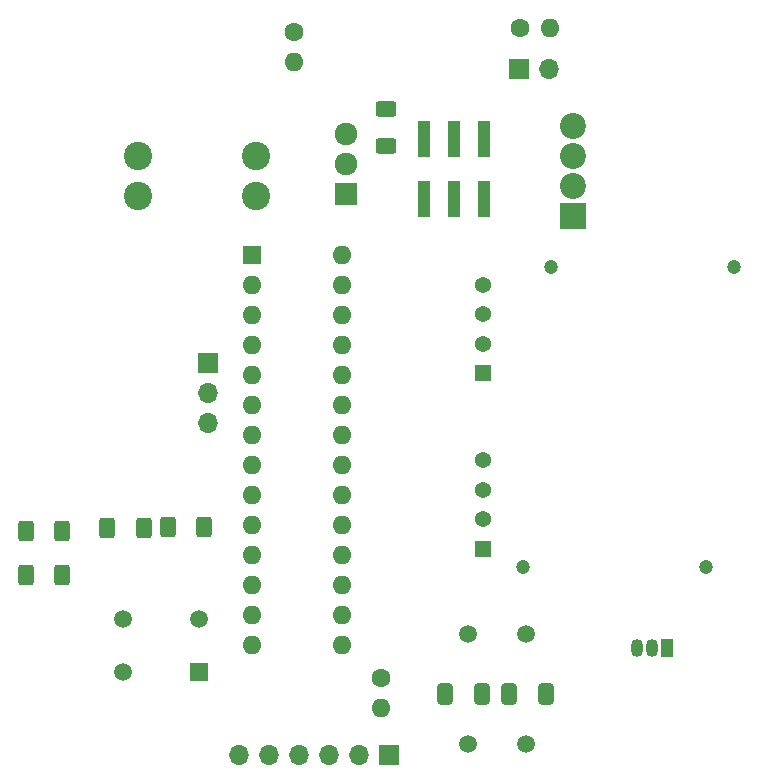
<source format=gbr>
%TF.GenerationSoftware,KiCad,Pcbnew,8.0.1-rc1*%
%TF.CreationDate,2024-11-22T07:55:53-08:00*%
%TF.ProjectId,AMS - CANBus Sensor - Vacuum,414d5320-2d20-4434-914e-427573205365,rev?*%
%TF.SameCoordinates,Original*%
%TF.FileFunction,Soldermask,Top*%
%TF.FilePolarity,Negative*%
%FSLAX46Y46*%
G04 Gerber Fmt 4.6, Leading zero omitted, Abs format (unit mm)*
G04 Created by KiCad (PCBNEW 8.0.1-rc1) date 2024-11-22 07:55:53*
%MOMM*%
%LPD*%
G01*
G04 APERTURE LIST*
G04 Aperture macros list*
%AMRoundRect*
0 Rectangle with rounded corners*
0 $1 Rounding radius*
0 $2 $3 $4 $5 $6 $7 $8 $9 X,Y pos of 4 corners*
0 Add a 4 corners polygon primitive as box body*
4,1,4,$2,$3,$4,$5,$6,$7,$8,$9,$2,$3,0*
0 Add four circle primitives for the rounded corners*
1,1,$1+$1,$2,$3*
1,1,$1+$1,$4,$5*
1,1,$1+$1,$6,$7*
1,1,$1+$1,$8,$9*
0 Add four rect primitives between the rounded corners*
20,1,$1+$1,$2,$3,$4,$5,0*
20,1,$1+$1,$4,$5,$6,$7,0*
20,1,$1+$1,$6,$7,$8,$9,0*
20,1,$1+$1,$8,$9,$2,$3,0*%
G04 Aperture macros list end*
%ADD10C,2.400000*%
%ADD11R,1.500000X1.500000*%
%ADD12C,1.500000*%
%ADD13C,1.200000*%
%ADD14R,1.920000X1.920000*%
%ADD15C,1.920000*%
%ADD16RoundRect,0.250000X-0.412500X-0.650000X0.412500X-0.650000X0.412500X0.650000X-0.412500X0.650000X0*%
%ADD17RoundRect,0.250000X-0.400000X-0.625000X0.400000X-0.625000X0.400000X0.625000X-0.400000X0.625000X0*%
%ADD18C,1.600000*%
%ADD19O,1.600000X1.600000*%
%ADD20R,2.200000X2.200000*%
%ADD21C,2.200000*%
%ADD22R,1.365000X1.365000*%
%ADD23C,1.365000*%
%ADD24R,1.700000X1.700000*%
%ADD25O,1.700000X1.700000*%
%ADD26R,1.000000X3.150000*%
%ADD27R,1.600000X1.600000*%
%ADD28RoundRect,0.250000X0.412500X0.650000X-0.412500X0.650000X-0.412500X-0.650000X0.412500X-0.650000X0*%
%ADD29R,1.050000X1.500000*%
%ADD30O,1.050000X1.500000*%
%ADD31RoundRect,0.250000X0.625000X-0.400000X0.625000X0.400000X-0.625000X0.400000X-0.625000X-0.400000X0*%
G04 APERTURE END LIST*
D10*
%TO.C,U5*%
X134999500Y-70018000D03*
X134999500Y-73418000D03*
X125079500Y-70018000D03*
X125079500Y-73418000D03*
%TD*%
D11*
%TO.C,Reset1*%
X130246900Y-113672200D03*
D12*
X123746900Y-113672200D03*
X130246900Y-109172200D03*
X123746900Y-109172200D03*
%TD*%
D13*
%TO.C,R15*%
X157647100Y-104798200D03*
X173147100Y-104798200D03*
%TD*%
%TO.C,R14*%
X159993000Y-79369700D03*
X175493000Y-79369700D03*
%TD*%
D14*
%TO.C,Q1*%
X142661000Y-73200500D03*
D15*
X142661000Y-70660500D03*
X142661000Y-68120500D03*
%TD*%
D16*
%TO.C,C3*%
X151058600Y-115592400D03*
X154183600Y-115592400D03*
%TD*%
D17*
%TO.C,R17*%
X127568600Y-101447900D03*
X130668600Y-101447900D03*
%TD*%
D18*
%TO.C,R7*%
X157377500Y-59141700D03*
D19*
X159917500Y-59141700D03*
%TD*%
D20*
%TO.C,J1*%
X161878800Y-75088800D03*
D21*
X161878800Y-72548800D03*
X161878800Y-70008800D03*
X161878800Y-67468800D03*
%TD*%
D22*
%TO.C,IC6*%
X154212600Y-103245600D03*
D23*
X154212600Y-100745600D03*
X154212600Y-98245600D03*
X154212600Y-95745600D03*
%TD*%
D18*
%TO.C,NTC1*%
X145636900Y-114199700D03*
D19*
X145636900Y-116739700D03*
%TD*%
D17*
%TO.C,R16*%
X122436000Y-101475200D03*
X125536000Y-101475200D03*
%TD*%
D24*
%TO.C,J3*%
X146254600Y-120744200D03*
D25*
X143714600Y-120744200D03*
X141174600Y-120744200D03*
X138634600Y-120744200D03*
X136094600Y-120744200D03*
X133554600Y-120744200D03*
%TD*%
D22*
%TO.C,IC4*%
X154212600Y-88411000D03*
D23*
X154212600Y-85911000D03*
X154212600Y-83411000D03*
X154212600Y-80911000D03*
%TD*%
D18*
%TO.C,R6*%
X138245100Y-59523000D03*
D19*
X138245100Y-62063000D03*
%TD*%
D24*
%TO.C,Powerboard1*%
X130976300Y-87552600D03*
D25*
X130976300Y-90092600D03*
X130976300Y-92632600D03*
%TD*%
D26*
%TO.C,J4*%
X154355600Y-68596200D03*
X154355600Y-73646200D03*
X151815600Y-68596200D03*
X151815600Y-73646200D03*
X149275600Y-68596200D03*
X149275600Y-73646200D03*
%TD*%
D27*
%TO.C,U2*%
X134701200Y-78351400D03*
D19*
X134701200Y-80891400D03*
X134701200Y-83431400D03*
X134701200Y-85971400D03*
X134701200Y-88511400D03*
X134701200Y-91051400D03*
X134701200Y-93591400D03*
X134701200Y-96131400D03*
X134701200Y-98671400D03*
X134701200Y-101211400D03*
X134701200Y-103751400D03*
X134701200Y-106291400D03*
X134701200Y-108831400D03*
X134701200Y-111371400D03*
X142321200Y-111371400D03*
X142321200Y-108831400D03*
X142321200Y-106291400D03*
X142321200Y-103751400D03*
X142321200Y-101211400D03*
X142321200Y-98671400D03*
X142321200Y-96131400D03*
X142321200Y-93591400D03*
X142321200Y-91051400D03*
X142321200Y-88511400D03*
X142321200Y-85971400D03*
X142321200Y-83431400D03*
X142321200Y-80891400D03*
X142321200Y-78351400D03*
%TD*%
D24*
%TO.C,J5*%
X157311000Y-62619500D03*
D25*
X159851000Y-62619500D03*
%TD*%
D17*
%TO.C,R19*%
X115539900Y-105468100D03*
X118639900Y-105468100D03*
%TD*%
D12*
%TO.C,Y2*%
X153001300Y-110501200D03*
X157881300Y-110501200D03*
%TD*%
D28*
%TO.C,C5*%
X159583600Y-115580100D03*
X156458600Y-115580100D03*
%TD*%
D12*
%TO.C,Y1*%
X152976400Y-119755600D03*
X157856400Y-119755600D03*
%TD*%
D29*
%TO.C,U1*%
X169814800Y-111629200D03*
D30*
X168544800Y-111629200D03*
X167274800Y-111629200D03*
%TD*%
D17*
%TO.C,R18*%
X115545200Y-101795800D03*
X118645200Y-101795800D03*
%TD*%
D31*
%TO.C,R5*%
X146060400Y-69117100D03*
X146060400Y-66017100D03*
%TD*%
M02*

</source>
